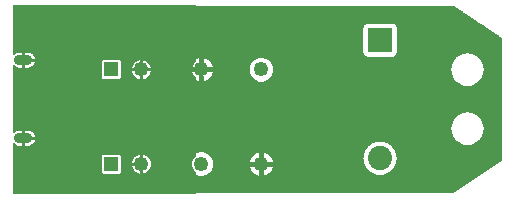
<source format=gbl>
%FSLAX33Y33*%
%MOMM*%
%AMRect-W2049999-H2049999-RO0.500*
21,1,2.049999,2.049999,0.,0.,270*%
%AMRect-W1250000-H1250000-RO1.500*
21,1,1.25,1.25,0.,0.,90*%
%AMRR-H1600000-W900000-R450000-RO0.500*
21,1,0.9,0.7,0.,0.,270*
1,1,0.9,0.35,0.*
1,1,0.9,0.35,-0.*
1,1,0.9,-0.35,-0.*
1,1,0.9,-0.35,0.*%
%ADD10C,0.0508*%
%ADD11C,0.68834*%
%ADD12C,2.049999*%
%ADD13Rect-W2049999-H2049999-RO0.500*%
%ADD14C,1.25*%
%ADD15Rect-W1250000-H1250000-RO1.500*%
%ADD16RR-H1600000-W900000-R450000-RO0.500*%
D10*
%LNpour fill*%
G01*
X41883Y3330D02*
X41883Y3330D01*
X41883Y13670*
X37813Y16383*
X14900Y16383*
X14900Y0617*
X37813Y0617*
X41883Y3330*
X32627Y12049D02*
X32627Y12049D01*
X32691Y12054*
X32693Y12054*
X32756Y12069*
X32758Y12070*
X32818Y12095*
X32819Y12096*
X32875Y12129*
X32876Y12131*
X32926Y12173*
X32927Y12174*
X32969Y12224*
X32971Y12225*
X33004Y12281*
X33005Y12282*
X33030Y12342*
X33031Y12344*
X33046Y12407*
X33046Y12409*
X33051Y12474*
X33051Y12475*
X33051Y14525*
X33051Y14526*
X33046Y14591*
X33046Y14593*
X33031Y14656*
X33030Y14658*
X33005Y14718*
X33004Y14719*
X32971Y14775*
X32969Y14776*
X32927Y14826*
X32926Y14827*
X32876Y14869*
X32875Y14871*
X32819Y14904*
X32818Y14905*
X32758Y14930*
X32756Y14931*
X32693Y14946*
X32691Y14946*
X32626Y14951*
X32625Y14951*
X30575Y14951*
X30574Y14951*
X30509Y14946*
X30507Y14946*
X30444Y14931*
X30442Y14930*
X30382Y14905*
X30381Y14904*
X30325Y14871*
X30324Y14869*
X30274Y14827*
X30273Y14826*
X30231Y14776*
X30229Y14775*
X30196Y14719*
X30195Y14718*
X30170Y14658*
X30169Y14656*
X30154Y14593*
X30154Y14591*
X30149Y14527*
X30149Y14526*
X30149Y12474*
X30149Y12474*
X30154Y12409*
X30154Y12407*
X30169Y12344*
X30170Y12342*
X30195Y12282*
X30196Y12281*
X30229Y12225*
X30231Y12224*
X30273Y12174*
X30274Y12173*
X30324Y12131*
X30325Y12129*
X30381Y12096*
X30382Y12095*
X30442Y12070*
X30444Y12069*
X30507Y12054*
X30509Y12054*
X30574Y12049*
X30574Y12049*
X32626Y12049*
X32627Y12049*
X39316Y9609D02*
X39316Y9609D01*
X39319Y9610*
X39618Y9714*
X39620Y9715*
X39888Y9884*
X39890Y9886*
X40114Y10110*
X40116Y10112*
X40285Y10380*
X40286Y10382*
X40390Y10681*
X40391Y10684*
X40426Y10999*
X40426Y11001*
X40391Y11316*
X40390Y11319*
X40286Y11618*
X40285Y11620*
X40116Y11888*
X40114Y11890*
X39890Y12114*
X39888Y12116*
X39620Y12285*
X39618Y12286*
X39319Y12390*
X39316Y12391*
X39001Y12426*
X38999Y12426*
X38684Y12391*
X38681Y12390*
X38382Y12286*
X38380Y12285*
X38112Y12116*
X38110Y12114*
X37886Y11890*
X37884Y11888*
X37715Y11620*
X37714Y11618*
X37610Y11319*
X37609Y11316*
X37574Y11001*
X37574Y10999*
X37609Y10684*
X37610Y10681*
X37714Y10382*
X37715Y10380*
X37884Y10112*
X37886Y10110*
X38110Y9886*
X38112Y9884*
X38380Y9715*
X38382Y9714*
X38681Y9610*
X38684Y9609*
X38999Y9574*
X39001Y9574*
X39316Y9609*
X21678Y9956D02*
X21678Y9956D01*
X21921Y10016*
X21924Y10017*
X22146Y10134*
X22149Y10136*
X22336Y10302*
X22338Y10304*
X22480Y10510*
X22482Y10513*
X22570Y10747*
X22571Y10750*
X22601Y10998*
X22601Y11002*
X22571Y11250*
X22570Y11253*
X22482Y11487*
X22480Y11490*
X22338Y11696*
X22336Y11698*
X22149Y11864*
X22146Y11866*
X21924Y11983*
X21921Y11984*
X21678Y12044*
X21675Y12044*
X21425Y12044*
X21422Y12044*
X21179Y11984*
X21176Y11983*
X20954Y11866*
X20951Y11864*
X20764Y11698*
X20762Y11696*
X20620Y11490*
X20618Y11487*
X20530Y11253*
X20529Y11250*
X20499Y11002*
X20499Y10998*
X20529Y10750*
X20530Y10747*
X20618Y10513*
X20620Y10510*
X20762Y10304*
X20764Y10302*
X20951Y10136*
X20954Y10134*
X21176Y10017*
X21179Y10016*
X21422Y9956*
X21425Y9956*
X21675Y9956*
X21678Y9956*
X16295Y9988D02*
X16295Y9988D01*
X16295Y10454*
X16645Y10454*
X16645Y9988*
X16664Y9973*
X16841Y10016*
X16844Y10017*
X17066Y10134*
X17069Y10136*
X17256Y10302*
X17258Y10304*
X17400Y10510*
X17402Y10513*
X17490Y10747*
X17491Y10750*
X17498Y10808*
X17483Y10825*
X17020Y10825*
X17020Y11175*
X17483Y11175*
X17498Y11192*
X17491Y11250*
X17490Y11253*
X17402Y11487*
X17400Y11490*
X17258Y11696*
X17256Y11698*
X17069Y11864*
X17066Y11866*
X16844Y11983*
X16841Y11984*
X16664Y12027*
X16645Y12012*
X16645Y11546*
X16295Y11546*
X16295Y12012*
X16276Y12027*
X16099Y11984*
X16096Y11983*
X15874Y11866*
X15871Y11864*
X15684Y11698*
X15682Y11696*
X15540Y11490*
X15538Y11487*
X15450Y11253*
X15449Y11250*
X15442Y11192*
X15457Y11175*
X15920Y11175*
X15920Y10825*
X15457Y10825*
X15442Y10808*
X15449Y10750*
X15450Y10747*
X15538Y10513*
X15540Y10510*
X15682Y10304*
X15684Y10302*
X15871Y10136*
X15874Y10134*
X16096Y10017*
X16099Y10016*
X16276Y9973*
X16295Y9988*
X39316Y4609D02*
X39316Y4609D01*
X39319Y4610*
X39618Y4714*
X39620Y4715*
X39888Y4884*
X39890Y4886*
X40114Y5110*
X40116Y5112*
X40285Y5380*
X40286Y5382*
X40390Y5681*
X40391Y5684*
X40426Y5999*
X40426Y6001*
X40391Y6316*
X40390Y6319*
X40286Y6618*
X40285Y6620*
X40116Y6888*
X40114Y6890*
X39890Y7114*
X39888Y7116*
X39620Y7285*
X39618Y7286*
X39319Y7390*
X39316Y7391*
X39001Y7426*
X38999Y7426*
X38684Y7391*
X38681Y7390*
X38382Y7286*
X38380Y7285*
X38112Y7116*
X38110Y7114*
X37886Y6890*
X37884Y6888*
X37715Y6620*
X37714Y6618*
X37610Y6319*
X37609Y6316*
X37574Y6001*
X37574Y5999*
X37609Y5684*
X37610Y5681*
X37714Y5382*
X37715Y5380*
X37884Y5112*
X37886Y5110*
X38110Y4886*
X38112Y4884*
X38380Y4715*
X38382Y4714*
X38681Y4610*
X38684Y4609*
X38999Y4574*
X39001Y4574*
X39316Y4609*
X31922Y2085D02*
X31922Y2085D01*
X31924Y2085*
X32228Y2192*
X32231Y2193*
X32504Y2364*
X32506Y2366*
X32734Y2594*
X32736Y2596*
X32907Y2869*
X32908Y2872*
X33015Y3176*
X33015Y3178*
X33051Y3499*
X33051Y3501*
X33015Y3822*
X33015Y3824*
X32908Y4128*
X32907Y4131*
X32736Y4404*
X32734Y4406*
X32506Y4634*
X32504Y4636*
X32231Y4807*
X32228Y4808*
X31924Y4915*
X31922Y4915*
X31601Y4951*
X31599Y4951*
X31278Y4915*
X31276Y4915*
X30972Y4808*
X30969Y4807*
X30696Y4636*
X30694Y4634*
X30466Y4406*
X30464Y4404*
X30293Y4131*
X30292Y4128*
X30185Y3824*
X30185Y3822*
X30149Y3501*
X30149Y3499*
X30185Y3178*
X30185Y3176*
X30292Y2872*
X30293Y2869*
X30464Y2596*
X30466Y2594*
X30694Y2366*
X30696Y2364*
X30969Y2193*
X30972Y2192*
X31276Y2085*
X31278Y2085*
X31599Y2049*
X31601Y2049*
X31922Y2085*
X16598Y1956D02*
X16598Y1956D01*
X16841Y2016*
X16844Y2017*
X17066Y2134*
X17069Y2136*
X17256Y2302*
X17258Y2304*
X17400Y2510*
X17402Y2513*
X17490Y2747*
X17491Y2750*
X17521Y2998*
X17521Y3002*
X17491Y3250*
X17490Y3253*
X17402Y3487*
X17400Y3490*
X17258Y3696*
X17256Y3698*
X17069Y3864*
X17066Y3866*
X16844Y3983*
X16841Y3984*
X16598Y4044*
X16595Y4044*
X16345Y4044*
X16342Y4044*
X16099Y3984*
X16096Y3983*
X15874Y3866*
X15871Y3864*
X15684Y3698*
X15682Y3696*
X15540Y3490*
X15538Y3487*
X15450Y3253*
X15449Y3250*
X15419Y3002*
X15419Y2998*
X15449Y2750*
X15450Y2747*
X15538Y2513*
X15540Y2510*
X15682Y2304*
X15684Y2302*
X15871Y2136*
X15874Y2134*
X16096Y2017*
X16099Y2016*
X16342Y1956*
X16345Y1956*
X16595Y1956*
X16598Y1956*
X21375Y1988D02*
X21375Y1988D01*
X21375Y2454*
X21725Y2454*
X21725Y1988*
X21744Y1973*
X21921Y2016*
X21924Y2017*
X22146Y2134*
X22149Y2136*
X22336Y2302*
X22338Y2304*
X22480Y2510*
X22482Y2513*
X22570Y2747*
X22571Y2750*
X22578Y2808*
X22563Y2825*
X22100Y2825*
X22100Y3175*
X22563Y3175*
X22578Y3192*
X22571Y3250*
X22570Y3253*
X22482Y3487*
X22480Y3490*
X22338Y3696*
X22336Y3698*
X22149Y3864*
X22146Y3866*
X21924Y3983*
X21921Y3984*
X21744Y4027*
X21725Y4012*
X21725Y3546*
X21375Y3546*
X21375Y4012*
X21356Y4027*
X21179Y3984*
X21176Y3983*
X20954Y3866*
X20951Y3864*
X20764Y3698*
X20762Y3696*
X20620Y3490*
X20618Y3487*
X20530Y3253*
X20529Y3250*
X20522Y3192*
X20537Y3175*
X21000Y3175*
X21000Y2825*
X20537Y2825*
X20522Y2808*
X20529Y2750*
X20530Y2747*
X20618Y2513*
X20620Y2510*
X20762Y2304*
X20764Y2302*
X20951Y2136*
X20954Y2134*
X21176Y2017*
X21179Y2016*
X21356Y1973*
X21375Y1988*
X14900Y0641D02*
X37849Y0641D01*
X14900Y0691D02*
X37924Y0691D01*
X14900Y0740D02*
X37998Y0740D01*
X14900Y0790D02*
X38072Y0790D01*
X14900Y0839D02*
X38147Y0839D01*
X14900Y0889D02*
X38221Y0889D01*
X14900Y0938D02*
X38295Y0938D01*
X14900Y0988D02*
X38369Y0988D01*
X14900Y1037D02*
X38444Y1037D01*
X14900Y1087D02*
X38518Y1087D01*
X14900Y1136D02*
X38592Y1136D01*
X14900Y1186D02*
X38667Y1186D01*
X14900Y1235D02*
X38741Y1235D01*
X14900Y1285D02*
X38815Y1285D01*
X14900Y1334D02*
X38890Y1334D01*
X14900Y1384D02*
X38964Y1384D01*
X14900Y1434D02*
X39038Y1434D01*
X14900Y1483D02*
X39112Y1483D01*
X14900Y1533D02*
X39187Y1533D01*
X14900Y1582D02*
X39261Y1582D01*
X14900Y1632D02*
X39335Y1632D01*
X14900Y1681D02*
X39410Y1681D01*
X14900Y1731D02*
X39484Y1731D01*
X14900Y1780D02*
X39558Y1780D01*
X14900Y1830D02*
X39632Y1830D01*
X14900Y1879D02*
X39707Y1879D01*
X14900Y1929D02*
X39781Y1929D01*
X14900Y1978D02*
X16253Y1978D01*
X16687Y1978D02*
X21333Y1978D01*
X21363Y1978D02*
X21737Y1978D01*
X21767Y1978D02*
X39855Y1978D01*
X14900Y2028D02*
X16076Y2028D01*
X16864Y2028D02*
X21156Y2028D01*
X21375Y2028D02*
X21725Y2028D01*
X21944Y2028D02*
X39930Y2028D01*
X14900Y2077D02*
X15982Y2077D01*
X16958Y2077D02*
X21062Y2077D01*
X21375Y2077D02*
X21725Y2077D01*
X22038Y2077D02*
X31343Y2077D01*
X31857Y2077D02*
X40004Y2077D01*
X14900Y2127D02*
X15887Y2127D01*
X17053Y2127D02*
X20967Y2127D01*
X21375Y2127D02*
X21725Y2127D01*
X22133Y2127D02*
X31157Y2127D01*
X32043Y2127D02*
X40078Y2127D01*
X14900Y2176D02*
X15825Y2176D01*
X17115Y2176D02*
X20905Y2176D01*
X21375Y2176D02*
X21725Y2176D01*
X22195Y2176D02*
X31015Y2176D01*
X32185Y2176D02*
X40153Y2176D01*
X14900Y2226D02*
X15769Y2226D01*
X17171Y2226D02*
X20849Y2226D01*
X21375Y2226D02*
X21725Y2226D01*
X22251Y2226D02*
X30916Y2226D01*
X32284Y2226D02*
X40227Y2226D01*
X14900Y2276D02*
X15714Y2276D01*
X17226Y2276D02*
X20794Y2276D01*
X21375Y2276D02*
X21725Y2276D01*
X22306Y2276D02*
X30838Y2276D01*
X32362Y2276D02*
X40301Y2276D01*
X14900Y2325D02*
X15667Y2325D01*
X17273Y2325D02*
X20747Y2325D01*
X21375Y2325D02*
X21725Y2325D01*
X22353Y2325D02*
X30759Y2325D01*
X32441Y2325D02*
X40375Y2325D01*
X14900Y2375D02*
X15633Y2375D01*
X17307Y2375D02*
X20713Y2375D01*
X21375Y2375D02*
X21725Y2375D01*
X22387Y2375D02*
X30686Y2375D01*
X32514Y2375D02*
X40450Y2375D01*
X14900Y2424D02*
X15599Y2424D01*
X17341Y2424D02*
X20679Y2424D01*
X21375Y2424D02*
X21725Y2424D01*
X22421Y2424D02*
X30636Y2424D01*
X32564Y2424D02*
X40524Y2424D01*
X14900Y2474D02*
X15565Y2474D01*
X17375Y2474D02*
X20645Y2474D01*
X22455Y2474D02*
X30586Y2474D01*
X32614Y2474D02*
X40598Y2474D01*
X14900Y2523D02*
X15534Y2523D01*
X17406Y2523D02*
X20614Y2523D01*
X22486Y2523D02*
X30537Y2523D01*
X32663Y2523D02*
X40673Y2523D01*
X14900Y2573D02*
X15516Y2573D01*
X17424Y2573D02*
X20596Y2573D01*
X22504Y2573D02*
X30487Y2573D01*
X32713Y2573D02*
X40747Y2573D01*
X14900Y2622D02*
X15497Y2622D01*
X17443Y2622D02*
X20577Y2622D01*
X22523Y2622D02*
X30448Y2622D01*
X32752Y2622D02*
X40821Y2622D01*
X14900Y2672D02*
X15478Y2672D01*
X17462Y2672D02*
X20558Y2672D01*
X22542Y2672D02*
X30417Y2672D01*
X32783Y2672D02*
X40896Y2672D01*
X14900Y2721D02*
X15459Y2721D01*
X17481Y2721D02*
X20539Y2721D01*
X22561Y2721D02*
X30386Y2721D01*
X32814Y2721D02*
X40970Y2721D01*
X14900Y2771D02*
X15446Y2771D01*
X17494Y2771D02*
X20526Y2771D01*
X22574Y2771D02*
X30355Y2771D01*
X32845Y2771D02*
X41044Y2771D01*
X14900Y2820D02*
X15440Y2820D01*
X17500Y2820D02*
X20532Y2820D01*
X22568Y2820D02*
X30324Y2820D01*
X32876Y2820D02*
X41118Y2820D01*
X14900Y2870D02*
X15434Y2870D01*
X17506Y2870D02*
X21000Y2870D01*
X22100Y2870D02*
X30293Y2870D01*
X32907Y2870D02*
X41193Y2870D01*
X14900Y2919D02*
X15428Y2919D01*
X17512Y2919D02*
X21000Y2919D01*
X22100Y2919D02*
X30275Y2919D01*
X32925Y2919D02*
X41267Y2919D01*
X14900Y2969D02*
X15422Y2969D01*
X17518Y2969D02*
X21000Y2969D01*
X22100Y2969D02*
X30258Y2969D01*
X32942Y2969D02*
X41341Y2969D01*
X14900Y3018D02*
X15421Y3018D01*
X17519Y3018D02*
X21000Y3018D01*
X22100Y3018D02*
X30240Y3018D01*
X32960Y3018D02*
X41416Y3018D01*
X14900Y3068D02*
X15427Y3068D01*
X17513Y3068D02*
X21000Y3068D01*
X22100Y3068D02*
X30223Y3068D01*
X32977Y3068D02*
X41490Y3068D01*
X14900Y3118D02*
X15433Y3118D01*
X17507Y3118D02*
X21000Y3118D01*
X22100Y3118D02*
X30206Y3118D01*
X32994Y3118D02*
X41564Y3118D01*
X14900Y3167D02*
X15439Y3167D01*
X17501Y3167D02*
X21000Y3167D01*
X22100Y3167D02*
X30188Y3167D01*
X33012Y3167D02*
X41638Y3167D01*
X14900Y3217D02*
X15445Y3217D01*
X17495Y3217D02*
X20525Y3217D01*
X22575Y3217D02*
X30180Y3217D01*
X33020Y3217D02*
X41713Y3217D01*
X14900Y3266D02*
X15454Y3266D01*
X17486Y3266D02*
X20534Y3266D01*
X22566Y3266D02*
X30175Y3266D01*
X33025Y3266D02*
X41787Y3266D01*
X14900Y3316D02*
X15473Y3316D01*
X17467Y3316D02*
X20553Y3316D01*
X22547Y3316D02*
X30169Y3316D01*
X33031Y3316D02*
X41861Y3316D01*
X14900Y3365D02*
X15492Y3365D01*
X17448Y3365D02*
X20572Y3365D01*
X22528Y3365D02*
X30164Y3365D01*
X33036Y3365D02*
X41883Y3365D01*
X14900Y3415D02*
X15511Y3415D01*
X17429Y3415D02*
X20591Y3415D01*
X22509Y3415D02*
X30158Y3415D01*
X33042Y3415D02*
X41883Y3415D01*
X14900Y3464D02*
X15530Y3464D01*
X17410Y3464D02*
X20610Y3464D01*
X22490Y3464D02*
X30152Y3464D01*
X33048Y3464D02*
X41883Y3464D01*
X14900Y3514D02*
X15556Y3514D01*
X17384Y3514D02*
X20636Y3514D01*
X22464Y3514D02*
X30150Y3514D01*
X33050Y3514D02*
X41883Y3514D01*
X14900Y3563D02*
X15590Y3563D01*
X17350Y3563D02*
X20670Y3563D01*
X21375Y3563D02*
X21725Y3563D01*
X22430Y3563D02*
X30156Y3563D01*
X33044Y3563D02*
X41883Y3563D01*
X14900Y3613D02*
X15625Y3613D01*
X17315Y3613D02*
X20705Y3613D01*
X21375Y3613D02*
X21725Y3613D01*
X22395Y3613D02*
X30161Y3613D01*
X33039Y3613D02*
X41883Y3613D01*
X14900Y3662D02*
X15659Y3662D01*
X17281Y3662D02*
X20739Y3662D01*
X21375Y3662D02*
X21725Y3662D01*
X22361Y3662D02*
X30167Y3662D01*
X33033Y3662D02*
X41883Y3662D01*
X14900Y3712D02*
X15699Y3712D01*
X17241Y3712D02*
X20779Y3712D01*
X21375Y3712D02*
X21725Y3712D01*
X22321Y3712D02*
X30172Y3712D01*
X33028Y3712D02*
X41883Y3712D01*
X14900Y3761D02*
X15755Y3761D01*
X17185Y3761D02*
X20835Y3761D01*
X21375Y3761D02*
X21725Y3761D01*
X22265Y3761D02*
X30178Y3761D01*
X33022Y3761D02*
X41883Y3761D01*
X14900Y3811D02*
X15811Y3811D01*
X17129Y3811D02*
X20891Y3811D01*
X21375Y3811D02*
X21725Y3811D01*
X22209Y3811D02*
X30183Y3811D01*
X33017Y3811D02*
X41883Y3811D01*
X14900Y3860D02*
X15867Y3860D01*
X17073Y3860D02*
X20947Y3860D01*
X21375Y3860D02*
X21725Y3860D01*
X22153Y3860D02*
X30198Y3860D01*
X33002Y3860D02*
X41883Y3860D01*
X14900Y3910D02*
X15958Y3910D01*
X16982Y3910D02*
X21038Y3910D01*
X21375Y3910D02*
X21725Y3910D01*
X22062Y3910D02*
X30215Y3910D01*
X32985Y3910D02*
X41883Y3910D01*
X14900Y3960D02*
X16052Y3960D01*
X16888Y3960D02*
X21132Y3960D01*
X21375Y3960D02*
X21725Y3960D01*
X21968Y3960D02*
X30233Y3960D01*
X32967Y3960D02*
X41883Y3960D01*
X14900Y4009D02*
X16202Y4009D01*
X16738Y4009D02*
X21282Y4009D01*
X21375Y4009D02*
X21725Y4009D01*
X21818Y4009D02*
X30250Y4009D01*
X32950Y4009D02*
X41883Y4009D01*
X14900Y4059D02*
X30267Y4059D01*
X32933Y4059D02*
X41883Y4059D01*
X14900Y4108D02*
X30285Y4108D01*
X32915Y4108D02*
X41883Y4108D01*
X14900Y4158D02*
X30310Y4158D01*
X32890Y4158D02*
X41883Y4158D01*
X14900Y4207D02*
X30341Y4207D01*
X32859Y4207D02*
X41883Y4207D01*
X14900Y4257D02*
X30372Y4257D01*
X32828Y4257D02*
X41883Y4257D01*
X14900Y4306D02*
X30403Y4306D01*
X32797Y4306D02*
X41883Y4306D01*
X14900Y4356D02*
X30434Y4356D01*
X32766Y4356D02*
X41883Y4356D01*
X14900Y4405D02*
X30466Y4405D01*
X32734Y4405D02*
X41883Y4405D01*
X14900Y4455D02*
X30515Y4455D01*
X32685Y4455D02*
X41883Y4455D01*
X14900Y4504D02*
X30564Y4504D01*
X32636Y4504D02*
X41883Y4504D01*
X14900Y4554D02*
X30614Y4554D01*
X32586Y4554D02*
X41883Y4554D01*
X14900Y4603D02*
X30664Y4603D01*
X32536Y4603D02*
X38734Y4603D01*
X39266Y4603D02*
X41883Y4603D01*
X14900Y4653D02*
X30724Y4653D01*
X32476Y4653D02*
X38558Y4653D01*
X39442Y4653D02*
X41883Y4653D01*
X14900Y4702D02*
X30803Y4702D01*
X32397Y4702D02*
X38416Y4702D01*
X39584Y4702D02*
X41883Y4702D01*
X14900Y4752D02*
X30881Y4752D01*
X32319Y4752D02*
X38322Y4752D01*
X39678Y4752D02*
X41883Y4752D01*
X14900Y4802D02*
X30960Y4802D01*
X32240Y4802D02*
X38243Y4802D01*
X39757Y4802D02*
X41883Y4802D01*
X14900Y4851D02*
X31094Y4851D01*
X32106Y4851D02*
X38164Y4851D01*
X39836Y4851D02*
X41883Y4851D01*
X14900Y4901D02*
X31235Y4901D01*
X31965Y4901D02*
X38095Y4901D01*
X39905Y4901D02*
X41883Y4901D01*
X14900Y4950D02*
X31587Y4950D01*
X31613Y4950D02*
X38045Y4950D01*
X39955Y4950D02*
X41883Y4950D01*
X14900Y5000D02*
X37996Y5000D01*
X40004Y5000D02*
X41883Y5000D01*
X14900Y5049D02*
X37946Y5049D01*
X40054Y5049D02*
X41883Y5049D01*
X14900Y5099D02*
X37896Y5099D01*
X40104Y5099D02*
X41883Y5099D01*
X14900Y5148D02*
X37861Y5148D01*
X40139Y5148D02*
X41883Y5148D01*
X14900Y5198D02*
X37830Y5198D01*
X40170Y5198D02*
X41883Y5198D01*
X14900Y5247D02*
X37799Y5247D01*
X40201Y5247D02*
X41883Y5247D01*
X14900Y5297D02*
X37768Y5297D01*
X40232Y5297D02*
X41883Y5297D01*
X14900Y5346D02*
X37736Y5346D01*
X40264Y5346D02*
X41883Y5346D01*
X14900Y5396D02*
X37710Y5396D01*
X40290Y5396D02*
X41883Y5396D01*
X14900Y5445D02*
X37692Y5445D01*
X40308Y5445D02*
X41883Y5445D01*
X14900Y5495D02*
X37675Y5495D01*
X40325Y5495D02*
X41883Y5495D01*
X14900Y5545D02*
X37658Y5545D01*
X40342Y5545D02*
X41883Y5545D01*
X14900Y5594D02*
X37640Y5594D01*
X40360Y5594D02*
X41883Y5594D01*
X14900Y5644D02*
X37623Y5644D01*
X40377Y5644D02*
X41883Y5644D01*
X14900Y5693D02*
X37608Y5693D01*
X40392Y5693D02*
X41883Y5693D01*
X14900Y5743D02*
X37602Y5743D01*
X40398Y5743D02*
X41883Y5743D01*
X14900Y5792D02*
X37597Y5792D01*
X40403Y5792D02*
X41883Y5792D01*
X14900Y5842D02*
X37591Y5842D01*
X40409Y5842D02*
X41883Y5842D01*
X14900Y5891D02*
X37586Y5891D01*
X40414Y5891D02*
X41883Y5891D01*
X14900Y5941D02*
X37580Y5941D01*
X40420Y5941D02*
X41883Y5941D01*
X14900Y5990D02*
X37575Y5990D01*
X40425Y5990D02*
X41883Y5990D01*
X14900Y6040D02*
X37578Y6040D01*
X40422Y6040D02*
X41883Y6040D01*
X14900Y6089D02*
X37584Y6089D01*
X40416Y6089D02*
X41883Y6089D01*
X14900Y6139D02*
X37589Y6139D01*
X40411Y6139D02*
X41883Y6139D01*
X14900Y6188D02*
X37595Y6188D01*
X40405Y6188D02*
X41883Y6188D01*
X14900Y6238D02*
X37600Y6238D01*
X40400Y6238D02*
X41883Y6238D01*
X14900Y6287D02*
X37606Y6287D01*
X40394Y6287D02*
X41883Y6287D01*
X14900Y6337D02*
X37616Y6337D01*
X40384Y6337D02*
X41883Y6337D01*
X14900Y6387D02*
X37633Y6387D01*
X40367Y6387D02*
X41883Y6387D01*
X14900Y6436D02*
X37651Y6436D01*
X40349Y6436D02*
X41883Y6436D01*
X14900Y6486D02*
X37668Y6486D01*
X40332Y6486D02*
X41883Y6486D01*
X14900Y6535D02*
X37685Y6535D01*
X40315Y6535D02*
X41883Y6535D01*
X14900Y6585D02*
X37703Y6585D01*
X40297Y6585D02*
X41883Y6585D01*
X14900Y6634D02*
X37724Y6634D01*
X40276Y6634D02*
X41883Y6634D01*
X14900Y6684D02*
X37755Y6684D01*
X40245Y6684D02*
X41883Y6684D01*
X14900Y6733D02*
X37787Y6733D01*
X40213Y6733D02*
X41883Y6733D01*
X14900Y6783D02*
X37818Y6783D01*
X40182Y6783D02*
X41883Y6783D01*
X14900Y6832D02*
X37849Y6832D01*
X40151Y6832D02*
X41883Y6832D01*
X14900Y6882D02*
X37880Y6882D01*
X40120Y6882D02*
X41883Y6882D01*
X14900Y6931D02*
X37927Y6931D01*
X40073Y6931D02*
X41883Y6931D01*
X14900Y6981D02*
X37976Y6981D01*
X40024Y6981D02*
X41883Y6981D01*
X14900Y7030D02*
X38026Y7030D01*
X39974Y7030D02*
X41883Y7030D01*
X14900Y7080D02*
X38075Y7080D01*
X39925Y7080D02*
X41883Y7080D01*
X14900Y7129D02*
X38133Y7129D01*
X39867Y7129D02*
X41883Y7129D01*
X14900Y7179D02*
X38212Y7179D01*
X39788Y7179D02*
X41883Y7179D01*
X14900Y7229D02*
X38291Y7229D01*
X39709Y7229D02*
X41883Y7229D01*
X14900Y7278D02*
X38370Y7278D01*
X39630Y7278D02*
X41883Y7278D01*
X14900Y7328D02*
X38502Y7328D01*
X39498Y7328D02*
X41883Y7328D01*
X14900Y7377D02*
X38643Y7377D01*
X39357Y7377D02*
X41883Y7377D01*
X14900Y7427D02*
X41883Y7427D01*
X14900Y7476D02*
X41883Y7476D01*
X14900Y7526D02*
X41883Y7526D01*
X14900Y7575D02*
X41883Y7575D01*
X14900Y7625D02*
X41883Y7625D01*
X14900Y7674D02*
X41883Y7674D01*
X14900Y7724D02*
X41883Y7724D01*
X14900Y7773D02*
X41883Y7773D01*
X14900Y7823D02*
X41883Y7823D01*
X14900Y7872D02*
X41883Y7872D01*
X14900Y7922D02*
X41883Y7922D01*
X14900Y7971D02*
X41883Y7971D01*
X14900Y8021D02*
X41883Y8021D01*
X14900Y8071D02*
X41883Y8071D01*
X14900Y8120D02*
X41883Y8120D01*
X14900Y8170D02*
X41883Y8170D01*
X14900Y8219D02*
X41883Y8219D01*
X14900Y8269D02*
X41883Y8269D01*
X14900Y8318D02*
X41883Y8318D01*
X14900Y8368D02*
X41883Y8368D01*
X14900Y8417D02*
X41883Y8417D01*
X14900Y8467D02*
X41883Y8467D01*
X14900Y8516D02*
X41883Y8516D01*
X14900Y8566D02*
X41883Y8566D01*
X14900Y8615D02*
X41883Y8615D01*
X14900Y8665D02*
X41883Y8665D01*
X14900Y8714D02*
X41883Y8714D01*
X14900Y8764D02*
X41883Y8764D01*
X14900Y8813D02*
X41883Y8813D01*
X14900Y8863D02*
X41883Y8863D01*
X14900Y8913D02*
X41883Y8913D01*
X14900Y8962D02*
X41883Y8962D01*
X14900Y9012D02*
X41883Y9012D01*
X14900Y9061D02*
X41883Y9061D01*
X14900Y9111D02*
X41883Y9111D01*
X14900Y9160D02*
X41883Y9160D01*
X14900Y9210D02*
X41883Y9210D01*
X14900Y9259D02*
X41883Y9259D01*
X14900Y9309D02*
X41883Y9309D01*
X14900Y9358D02*
X41883Y9358D01*
X14900Y9408D02*
X41883Y9408D01*
X14900Y9457D02*
X41883Y9457D01*
X14900Y9507D02*
X41883Y9507D01*
X14900Y9556D02*
X41883Y9556D01*
X14900Y9606D02*
X38711Y9606D01*
X39289Y9606D02*
X41883Y9606D01*
X14900Y9655D02*
X38550Y9655D01*
X39450Y9655D02*
X41883Y9655D01*
X14900Y9705D02*
X38409Y9705D01*
X39591Y9705D02*
X41883Y9705D01*
X14900Y9755D02*
X38318Y9755D01*
X39682Y9755D02*
X41883Y9755D01*
X14900Y9804D02*
X38239Y9804D01*
X39761Y9804D02*
X41883Y9804D01*
X14900Y9854D02*
X38160Y9854D01*
X39840Y9854D02*
X41883Y9854D01*
X14900Y9903D02*
X38092Y9903D01*
X39908Y9903D02*
X41883Y9903D01*
X14900Y9953D02*
X38043Y9953D01*
X39957Y9953D02*
X41883Y9953D01*
X14900Y10002D02*
X16156Y10002D01*
X16295Y10002D02*
X16645Y10002D01*
X16784Y10002D02*
X21236Y10002D01*
X21864Y10002D02*
X37993Y10002D01*
X40007Y10002D02*
X41883Y10002D01*
X14900Y10052D02*
X16030Y10052D01*
X16295Y10052D02*
X16645Y10052D01*
X16910Y10052D02*
X21110Y10052D01*
X21990Y10052D02*
X37943Y10052D01*
X40057Y10052D02*
X41883Y10052D01*
X14900Y10101D02*
X15936Y10101D01*
X16295Y10101D02*
X16645Y10101D01*
X17004Y10101D02*
X21016Y10101D01*
X22084Y10101D02*
X37894Y10101D01*
X40106Y10101D02*
X41883Y10101D01*
X14900Y10151D02*
X15854Y10151D01*
X16295Y10151D02*
X16645Y10151D01*
X17086Y10151D02*
X20934Y10151D01*
X22166Y10151D02*
X37859Y10151D01*
X40141Y10151D02*
X41883Y10151D01*
X14900Y10200D02*
X15798Y10200D01*
X16295Y10200D02*
X16645Y10200D01*
X17142Y10200D02*
X20878Y10200D01*
X22222Y10200D02*
X37828Y10200D01*
X40172Y10200D02*
X41883Y10200D01*
X14900Y10250D02*
X15742Y10250D01*
X16295Y10250D02*
X16645Y10250D01*
X17198Y10250D02*
X20822Y10250D01*
X22278Y10250D02*
X37797Y10250D01*
X40203Y10250D02*
X41883Y10250D01*
X14900Y10299D02*
X15687Y10299D01*
X16295Y10299D02*
X16645Y10299D01*
X17253Y10299D02*
X20767Y10299D01*
X22333Y10299D02*
X37766Y10299D01*
X40234Y10299D02*
X41883Y10299D01*
X14900Y10349D02*
X15651Y10349D01*
X16295Y10349D02*
X16645Y10349D01*
X17289Y10349D02*
X20731Y10349D01*
X22369Y10349D02*
X37735Y10349D01*
X40265Y10349D02*
X41883Y10349D01*
X14900Y10398D02*
X15617Y10398D01*
X16295Y10398D02*
X16645Y10398D01*
X17323Y10398D02*
X20697Y10398D01*
X22403Y10398D02*
X37709Y10398D01*
X40291Y10398D02*
X41883Y10398D01*
X14900Y10448D02*
X15583Y10448D01*
X16295Y10448D02*
X16645Y10448D01*
X17357Y10448D02*
X20663Y10448D01*
X22437Y10448D02*
X37691Y10448D01*
X40309Y10448D02*
X41883Y10448D01*
X14900Y10498D02*
X15548Y10498D01*
X17392Y10498D02*
X20628Y10498D01*
X22472Y10498D02*
X37674Y10498D01*
X40326Y10498D02*
X41883Y10498D01*
X14900Y10547D02*
X15525Y10547D01*
X17415Y10547D02*
X20605Y10547D01*
X22495Y10547D02*
X37657Y10547D01*
X40343Y10547D02*
X41883Y10547D01*
X14900Y10597D02*
X15507Y10597D01*
X17433Y10597D02*
X20587Y10597D01*
X22513Y10597D02*
X37639Y10597D01*
X40361Y10597D02*
X41883Y10597D01*
X14900Y10646D02*
X15488Y10646D01*
X17452Y10646D02*
X20568Y10646D01*
X22532Y10646D02*
X37622Y10646D01*
X40378Y10646D02*
X41883Y10646D01*
X14900Y10696D02*
X15469Y10696D01*
X17471Y10696D02*
X20549Y10696D01*
X22551Y10696D02*
X37608Y10696D01*
X40392Y10696D02*
X41883Y10696D01*
X14900Y10745D02*
X15450Y10745D01*
X17490Y10745D02*
X20530Y10745D01*
X22570Y10745D02*
X37602Y10745D01*
X40398Y10745D02*
X41883Y10745D01*
X14900Y10795D02*
X15443Y10795D01*
X17497Y10795D02*
X20523Y10795D01*
X22577Y10795D02*
X37597Y10795D01*
X40403Y10795D02*
X41883Y10795D01*
X14900Y10844D02*
X15920Y10844D01*
X17020Y10844D02*
X20517Y10844D01*
X22583Y10844D02*
X37591Y10844D01*
X40409Y10844D02*
X41883Y10844D01*
X14900Y10894D02*
X15920Y10894D01*
X17020Y10894D02*
X20511Y10894D01*
X22589Y10894D02*
X37585Y10894D01*
X40415Y10894D02*
X41883Y10894D01*
X14900Y10943D02*
X15920Y10943D01*
X17020Y10943D02*
X20505Y10943D01*
X22595Y10943D02*
X37580Y10943D01*
X40420Y10943D02*
X41883Y10943D01*
X14900Y10993D02*
X15920Y10993D01*
X17020Y10993D02*
X20499Y10993D01*
X22601Y10993D02*
X37574Y10993D01*
X40426Y10993D02*
X41883Y10993D01*
X14900Y11042D02*
X15920Y11042D01*
X17020Y11042D02*
X20504Y11042D01*
X22596Y11042D02*
X37578Y11042D01*
X40422Y11042D02*
X41883Y11042D01*
X14900Y11092D02*
X15920Y11092D01*
X17020Y11092D02*
X20510Y11092D01*
X22590Y11092D02*
X37584Y11092D01*
X40416Y11092D02*
X41883Y11092D01*
X14900Y11141D02*
X15920Y11141D01*
X17020Y11141D02*
X20516Y11141D01*
X22584Y11141D02*
X37589Y11141D01*
X40411Y11141D02*
X41883Y11141D01*
X14900Y11191D02*
X15442Y11191D01*
X17498Y11191D02*
X20522Y11191D01*
X22578Y11191D02*
X37595Y11191D01*
X40405Y11191D02*
X41883Y11191D01*
X14900Y11240D02*
X15448Y11240D01*
X17492Y11240D02*
X20528Y11240D01*
X22572Y11240D02*
X37601Y11240D01*
X40399Y11240D02*
X41883Y11240D01*
X14900Y11290D02*
X15464Y11290D01*
X17476Y11290D02*
X20544Y11290D01*
X22556Y11290D02*
X37606Y11290D01*
X40394Y11290D02*
X41883Y11290D01*
X14900Y11340D02*
X15482Y11340D01*
X17458Y11340D02*
X20562Y11340D01*
X22538Y11340D02*
X37617Y11340D01*
X40383Y11340D02*
X41883Y11340D01*
X14900Y11389D02*
X15501Y11389D01*
X17439Y11389D02*
X20581Y11389D01*
X22519Y11389D02*
X37634Y11389D01*
X40366Y11389D02*
X41883Y11389D01*
X14900Y11439D02*
X15520Y11439D01*
X17420Y11439D02*
X20600Y11439D01*
X22500Y11439D02*
X37652Y11439D01*
X40348Y11439D02*
X41883Y11439D01*
X14900Y11488D02*
X15539Y11488D01*
X17401Y11488D02*
X20619Y11488D01*
X22481Y11488D02*
X37669Y11488D01*
X40331Y11488D02*
X41883Y11488D01*
X14900Y11538D02*
X15573Y11538D01*
X17367Y11538D02*
X20653Y11538D01*
X22447Y11538D02*
X37686Y11538D01*
X40314Y11538D02*
X41883Y11538D01*
X14900Y11587D02*
X15607Y11587D01*
X16295Y11587D02*
X16645Y11587D01*
X17333Y11587D02*
X20687Y11587D01*
X22413Y11587D02*
X37704Y11587D01*
X40296Y11587D02*
X41883Y11587D01*
X14900Y11637D02*
X15641Y11637D01*
X16295Y11637D02*
X16645Y11637D01*
X17299Y11637D02*
X20721Y11637D01*
X22379Y11637D02*
X37726Y11637D01*
X40274Y11637D02*
X41883Y11637D01*
X14900Y11686D02*
X15675Y11686D01*
X16295Y11686D02*
X16645Y11686D01*
X17265Y11686D02*
X20755Y11686D01*
X22345Y11686D02*
X37757Y11686D01*
X40243Y11686D02*
X41883Y11686D01*
X14900Y11736D02*
X15726Y11736D01*
X16295Y11736D02*
X16645Y11736D01*
X17214Y11736D02*
X20806Y11736D01*
X22294Y11736D02*
X37788Y11736D01*
X40212Y11736D02*
X41883Y11736D01*
X14900Y11785D02*
X15782Y11785D01*
X16295Y11785D02*
X16645Y11785D01*
X17158Y11785D02*
X20862Y11785D01*
X22238Y11785D02*
X37819Y11785D01*
X40181Y11785D02*
X41883Y11785D01*
X14900Y11835D02*
X15838Y11835D01*
X16295Y11835D02*
X16645Y11835D01*
X17102Y11835D02*
X20918Y11835D01*
X22182Y11835D02*
X37850Y11835D01*
X40150Y11835D02*
X41883Y11835D01*
X14900Y11884D02*
X15909Y11884D01*
X16295Y11884D02*
X16645Y11884D01*
X17031Y11884D02*
X20989Y11884D01*
X22111Y11884D02*
X37881Y11884D01*
X40119Y11884D02*
X41883Y11884D01*
X14900Y11934D02*
X16003Y11934D01*
X16295Y11934D02*
X16645Y11934D01*
X16937Y11934D02*
X21083Y11934D01*
X22017Y11934D02*
X37929Y11934D01*
X40071Y11934D02*
X41883Y11934D01*
X14900Y11983D02*
X16098Y11983D01*
X16295Y11983D02*
X16645Y11983D01*
X16842Y11983D02*
X21178Y11983D01*
X21922Y11983D02*
X37979Y11983D01*
X40021Y11983D02*
X41883Y11983D01*
X14900Y12033D02*
X21379Y12033D01*
X21721Y12033D02*
X38028Y12033D01*
X39972Y12033D02*
X41883Y12033D01*
X14900Y12082D02*
X30412Y12082D01*
X32788Y12082D02*
X38078Y12082D01*
X39922Y12082D02*
X41883Y12082D01*
X14900Y12132D02*
X30322Y12132D01*
X32878Y12132D02*
X38137Y12132D01*
X39863Y12132D02*
X41883Y12132D01*
X14900Y12182D02*
X30267Y12182D01*
X32933Y12182D02*
X38216Y12182D01*
X39784Y12182D02*
X41883Y12182D01*
X14900Y12231D02*
X30226Y12231D01*
X32974Y12231D02*
X38295Y12231D01*
X39705Y12231D02*
X41883Y12231D01*
X14900Y12281D02*
X30196Y12281D01*
X33004Y12281D02*
X38374Y12281D01*
X39626Y12281D02*
X41883Y12281D01*
X14900Y12330D02*
X30175Y12330D01*
X33025Y12330D02*
X38509Y12330D01*
X39491Y12330D02*
X41883Y12330D01*
X14900Y12380D02*
X30161Y12380D01*
X33039Y12380D02*
X38651Y12380D01*
X39349Y12380D02*
X41883Y12380D01*
X14900Y12429D02*
X30152Y12429D01*
X33048Y12429D02*
X41883Y12429D01*
X14900Y12479D02*
X30149Y12479D01*
X33051Y12479D02*
X41883Y12479D01*
X14900Y12528D02*
X30149Y12528D01*
X33051Y12528D02*
X41883Y12528D01*
X14900Y12578D02*
X30149Y12578D01*
X33051Y12578D02*
X41883Y12578D01*
X14900Y12627D02*
X30149Y12627D01*
X33051Y12627D02*
X41883Y12627D01*
X14900Y12677D02*
X30149Y12677D01*
X33051Y12677D02*
X41883Y12677D01*
X14900Y12726D02*
X30149Y12726D01*
X33051Y12726D02*
X41883Y12726D01*
X14900Y12776D02*
X30149Y12776D01*
X33051Y12776D02*
X41883Y12776D01*
X14900Y12825D02*
X30149Y12825D01*
X33051Y12825D02*
X41883Y12825D01*
X14900Y12875D02*
X30149Y12875D01*
X33051Y12875D02*
X41883Y12875D01*
X14900Y12924D02*
X30149Y12924D01*
X33051Y12924D02*
X41883Y12924D01*
X14900Y12974D02*
X30149Y12974D01*
X33051Y12974D02*
X41883Y12974D01*
X14900Y13024D02*
X30149Y13024D01*
X33051Y13024D02*
X41883Y13024D01*
X14900Y13073D02*
X30149Y13073D01*
X33051Y13073D02*
X41883Y13073D01*
X14900Y13123D02*
X30149Y13123D01*
X33051Y13123D02*
X41883Y13123D01*
X14900Y13172D02*
X30149Y13172D01*
X33051Y13172D02*
X41883Y13172D01*
X14900Y13222D02*
X30149Y13222D01*
X33051Y13222D02*
X41883Y13222D01*
X14900Y13271D02*
X30149Y13271D01*
X33051Y13271D02*
X41883Y13271D01*
X14900Y13321D02*
X30149Y13321D01*
X33051Y13321D02*
X41883Y13321D01*
X14900Y13370D02*
X30149Y13370D01*
X33051Y13370D02*
X41883Y13370D01*
X14900Y13420D02*
X30149Y13420D01*
X33051Y13420D02*
X41883Y13420D01*
X14900Y13469D02*
X30149Y13469D01*
X33051Y13469D02*
X41883Y13469D01*
X14900Y13519D02*
X30149Y13519D01*
X33051Y13519D02*
X41883Y13519D01*
X14900Y13568D02*
X30149Y13568D01*
X33051Y13568D02*
X41883Y13568D01*
X14900Y13618D02*
X30149Y13618D01*
X33051Y13618D02*
X41883Y13618D01*
X14900Y13667D02*
X30149Y13667D01*
X33051Y13667D02*
X41883Y13667D01*
X14900Y13717D02*
X30149Y13717D01*
X33051Y13717D02*
X41812Y13717D01*
X14900Y13766D02*
X30149Y13766D01*
X33051Y13766D02*
X41738Y13766D01*
X14900Y13816D02*
X30149Y13816D01*
X33051Y13816D02*
X41664Y13816D01*
X14900Y13866D02*
X30149Y13866D01*
X33051Y13866D02*
X41590Y13866D01*
X14900Y13915D02*
X30149Y13915D01*
X33051Y13915D02*
X41515Y13915D01*
X14900Y13965D02*
X30149Y13965D01*
X33051Y13965D02*
X41441Y13965D01*
X14900Y14014D02*
X30149Y14014D01*
X33051Y14014D02*
X41367Y14014D01*
X14900Y14064D02*
X30149Y14064D01*
X33051Y14064D02*
X41292Y14064D01*
X14900Y14113D02*
X30149Y14113D01*
X33051Y14113D02*
X41218Y14113D01*
X14900Y14163D02*
X30149Y14163D01*
X33051Y14163D02*
X41144Y14163D01*
X14900Y14212D02*
X30149Y14212D01*
X33051Y14212D02*
X41069Y14212D01*
X14900Y14262D02*
X30149Y14262D01*
X33051Y14262D02*
X40995Y14262D01*
X14900Y14311D02*
X30149Y14311D01*
X33051Y14311D02*
X40921Y14311D01*
X14900Y14361D02*
X30149Y14361D01*
X33051Y14361D02*
X40847Y14361D01*
X14900Y14410D02*
X30149Y14410D01*
X33051Y14410D02*
X40772Y14410D01*
X14900Y14460D02*
X30149Y14460D01*
X33051Y14460D02*
X40698Y14460D01*
X14900Y14509D02*
X30149Y14509D01*
X33051Y14509D02*
X40624Y14509D01*
X14900Y14559D02*
X30151Y14559D01*
X33049Y14559D02*
X40549Y14559D01*
X14900Y14608D02*
X30158Y14608D01*
X33042Y14608D02*
X40475Y14608D01*
X14900Y14658D02*
X30170Y14658D01*
X33030Y14658D02*
X40401Y14658D01*
X14900Y14708D02*
X30190Y14708D01*
X33010Y14708D02*
X40327Y14708D01*
X14900Y14757D02*
X30219Y14757D01*
X32981Y14757D02*
X40252Y14757D01*
X14900Y14807D02*
X30256Y14807D01*
X32944Y14807D02*
X40178Y14807D01*
X14900Y14856D02*
X30308Y14856D01*
X32892Y14856D02*
X40104Y14856D01*
X14900Y14906D02*
X30383Y14906D01*
X32817Y14906D02*
X40029Y14906D01*
X14900Y14955D02*
X39955Y14955D01*
X14900Y15005D02*
X39881Y15005D01*
X14900Y15054D02*
X39806Y15054D01*
X14900Y15104D02*
X39732Y15104D01*
X14900Y15153D02*
X39658Y15153D01*
X14900Y15203D02*
X39584Y15203D01*
X14900Y15252D02*
X39509Y15252D01*
X14900Y15302D02*
X39435Y15302D01*
X14900Y15351D02*
X39361Y15351D01*
X14900Y15401D02*
X39286Y15401D01*
X14900Y15451D02*
X39212Y15451D01*
X14900Y15500D02*
X39138Y15500D01*
X14900Y15550D02*
X39064Y15550D01*
X14900Y15599D02*
X38989Y15599D01*
X14900Y15649D02*
X38915Y15649D01*
X14900Y15698D02*
X38841Y15698D01*
X14900Y15748D02*
X38766Y15748D01*
X14900Y15797D02*
X38692Y15797D01*
X14900Y15847D02*
X38618Y15847D01*
X14900Y15896D02*
X38543Y15896D01*
X14900Y15946D02*
X38469Y15946D01*
X14900Y15995D02*
X38395Y15995D01*
X14900Y16045D02*
X38321Y16045D01*
X14900Y16094D02*
X38246Y16094D01*
X14900Y16144D02*
X38172Y16144D01*
X14900Y16193D02*
X38098Y16193D01*
X14900Y16243D02*
X38023Y16243D01*
X14900Y16293D02*
X37949Y16293D01*
X14900Y16342D02*
X37875Y16342D01*
%LNpour fill*%
X15975Y2305D02*
X15975Y2305D01*
X15831Y2432*
X15829Y2434*
X15714Y2601*
X15713Y2604*
X15641Y2794*
X15640Y2797*
X15615Y2998*
X15615Y3002*
X15640Y3203*
X15641Y3206*
X15713Y3396*
X15714Y3399*
X15829Y3566*
X15831Y3568*
X15975Y3695*
X15975Y10305*
X15831Y10432*
X15829Y10434*
X15714Y10601*
X15713Y10604*
X15641Y10794*
X15640Y10797*
X15627Y10907*
X15642Y10924*
X15870Y10924*
X15870Y11076*
X15642Y11076*
X15627Y11093*
X15640Y11203*
X15641Y11206*
X15713Y11396*
X15714Y11399*
X15829Y11566*
X15831Y11568*
X15975Y11695*
X15975Y16475*
X0525Y16475*
X0525Y12275*
X0576Y12257*
X0594Y12279*
X0596Y12281*
X0697Y12364*
X0699Y12365*
X0814Y12426*
X0816Y12427*
X0941Y12465*
X0944Y12466*
X1073Y12479*
X1074Y12479*
X1334Y12479*
X1349Y12464*
X1349Y12225*
X1501Y12225*
X1501Y12464*
X1516Y12479*
X1776Y12479*
X1777Y12479*
X1906Y12466*
X1909Y12465*
X2034Y12427*
X2036Y12426*
X2151Y12365*
X2153Y12364*
X2254Y12281*
X2256Y12279*
X2339Y12178*
X2340Y12176*
X2401Y12061*
X2402Y12059*
X2440Y11934*
X2441Y11931*
X2445Y11893*
X2429Y11876*
X2200Y11876*
X2200Y11724*
X2429Y11724*
X2445Y11707*
X2441Y11669*
X2440Y11666*
X2402Y11541*
X2401Y11539*
X2340Y11424*
X2339Y11422*
X2256Y11321*
X2254Y11319*
X2153Y11236*
X2151Y11235*
X2036Y11174*
X2034Y11173*
X1909Y11135*
X1906Y11134*
X1777Y11121*
X1776Y11121*
X1516Y11121*
X1501Y11136*
X1501Y11375*
X1349Y11375*
X1349Y11136*
X1334Y11121*
X1074Y11121*
X1073Y11121*
X0944Y11134*
X0941Y11135*
X0816Y11173*
X0814Y11174*
X0699Y11235*
X0697Y11236*
X0596Y11319*
X0594Y11321*
X0576Y11343*
X0525Y11325*
X0525Y5675*
X0576Y5657*
X0594Y5679*
X0596Y5681*
X0697Y5764*
X0699Y5765*
X0814Y5826*
X0816Y5827*
X0941Y5865*
X0944Y5866*
X1073Y5879*
X1074Y5879*
X1334Y5879*
X1349Y5864*
X1349Y5625*
X1501Y5625*
X1501Y5864*
X1516Y5879*
X1776Y5879*
X1777Y5879*
X1906Y5866*
X1909Y5865*
X2034Y5827*
X2036Y5826*
X2151Y5765*
X2153Y5764*
X2254Y5681*
X2256Y5679*
X2339Y5578*
X2340Y5576*
X2401Y5461*
X2402Y5459*
X2440Y5334*
X2441Y5331*
X2445Y5293*
X2429Y5276*
X2200Y5276*
X2200Y5124*
X2429Y5124*
X2445Y5107*
X2441Y5069*
X2440Y5066*
X2402Y4941*
X2401Y4939*
X2340Y4824*
X2339Y4822*
X2256Y4721*
X2254Y4719*
X2153Y4636*
X2151Y4635*
X2036Y4574*
X2034Y4573*
X1909Y4535*
X1906Y4534*
X1777Y4521*
X1776Y4521*
X1516Y4521*
X1501Y4536*
X1501Y4775*
X1349Y4775*
X1349Y4536*
X1334Y4521*
X1074Y4521*
X1073Y4521*
X0944Y4534*
X0941Y4535*
X0816Y4573*
X0814Y4574*
X0699Y4635*
X0697Y4636*
X0596Y4719*
X0594Y4721*
X0576Y4743*
X0525Y4725*
X0525Y0525*
X15975Y0525*
X15975Y2305*
X9477Y10145D02*
X9477Y10145D01*
X9510Y10148*
X9512Y10148*
X9545Y10156*
X9547Y10157*
X9578Y10170*
X9580Y10171*
X9609Y10189*
X9611Y10190*
X9637Y10212*
X9638Y10213*
X9660Y10239*
X9661Y10241*
X9679Y10270*
X9680Y10272*
X9693Y10303*
X9694Y10305*
X9702Y10338*
X9702Y10340*
X9705Y10374*
X9705Y10375*
X9705Y11625*
X9705Y11626*
X9702Y11660*
X9702Y11662*
X9694Y11695*
X9693Y11697*
X9680Y11728*
X9679Y11730*
X9661Y11759*
X9660Y11761*
X9638Y11787*
X9637Y11788*
X9611Y11810*
X9609Y11811*
X9580Y11829*
X9578Y11830*
X9547Y11843*
X9545Y11844*
X9512Y11852*
X9510Y11852*
X9476Y11855*
X9475Y11855*
X8225Y11855*
X8224Y11855*
X8190Y11852*
X8188Y11852*
X8155Y11844*
X8153Y11843*
X8122Y11830*
X8120Y11829*
X8091Y11811*
X8089Y11810*
X8063Y11788*
X8062Y11787*
X8040Y11761*
X8039Y11759*
X8021Y11730*
X8020Y11728*
X8007Y11697*
X8006Y11695*
X7998Y11662*
X7998Y11660*
X7995Y11627*
X7995Y11626*
X7995Y10374*
X7995Y10373*
X7998Y10340*
X7998Y10338*
X8006Y10305*
X8007Y10303*
X8020Y10272*
X8021Y10270*
X8039Y10241*
X8040Y10239*
X8062Y10213*
X8063Y10212*
X8089Y10190*
X8091Y10189*
X8120Y10171*
X8122Y10170*
X8153Y10157*
X8155Y10156*
X8188Y10148*
X8190Y10148*
X8223Y10145*
X8224Y10145*
X9476Y10145*
X9477Y10145*
X11692Y10200D02*
X11692Y10200D01*
X11694Y10201*
X11874Y10296*
X11877Y10298*
X12029Y10432*
X12031Y10434*
X12146Y10601*
X12147Y10604*
X12219Y10794*
X12220Y10797*
X12233Y10907*
X12218Y10924*
X11990Y10924*
X11990Y11076*
X12218Y11076*
X12233Y11093*
X12220Y11203*
X12219Y11206*
X12147Y11396*
X12146Y11399*
X12031Y11566*
X12029Y11568*
X11877Y11702*
X11874Y11704*
X11694Y11799*
X11692Y11800*
X11486Y11850*
X11466Y11835*
X11466Y11595*
X11314Y11595*
X11314Y11835*
X11294Y11850*
X11088Y11800*
X11086Y11799*
X10906Y11704*
X10903Y11702*
X10751Y11568*
X10749Y11566*
X10634Y11399*
X10633Y11396*
X10561Y11206*
X10560Y11203*
X10547Y11093*
X10562Y11076*
X10790Y11076*
X10790Y10924*
X10562Y10924*
X10547Y10907*
X10560Y10797*
X10561Y10794*
X10633Y10604*
X10634Y10601*
X10749Y10434*
X10751Y10432*
X10903Y10298*
X10906Y10296*
X11086Y10201*
X11088Y10200*
X11294Y10150*
X11314Y10165*
X11314Y10405*
X11466Y10405*
X11466Y10165*
X11486Y10150*
X11692Y10200*
X9477Y2145D02*
X9477Y2145D01*
X9510Y2148*
X9512Y2148*
X9545Y2156*
X9547Y2157*
X9578Y2170*
X9580Y2171*
X9609Y2189*
X9611Y2190*
X9637Y2212*
X9638Y2213*
X9660Y2239*
X9661Y2241*
X9679Y2270*
X9680Y2272*
X9693Y2303*
X9694Y2305*
X9702Y2338*
X9702Y2340*
X9705Y2374*
X9705Y2375*
X9705Y3625*
X9705Y3626*
X9702Y3660*
X9702Y3662*
X9694Y3695*
X9693Y3697*
X9680Y3728*
X9679Y3730*
X9661Y3759*
X9660Y3761*
X9638Y3787*
X9637Y3788*
X9611Y3810*
X9609Y3811*
X9580Y3829*
X9578Y3830*
X9547Y3843*
X9545Y3844*
X9512Y3852*
X9510Y3852*
X9476Y3855*
X9475Y3855*
X8225Y3855*
X8224Y3855*
X8190Y3852*
X8188Y3852*
X8155Y3844*
X8153Y3843*
X8122Y3830*
X8120Y3829*
X8091Y3811*
X8089Y3810*
X8063Y3788*
X8062Y3787*
X8040Y3761*
X8039Y3759*
X8021Y3730*
X8020Y3728*
X8007Y3697*
X8006Y3695*
X7998Y3662*
X7998Y3660*
X7995Y3627*
X7995Y3626*
X7995Y2374*
X7995Y2373*
X7998Y2340*
X7998Y2338*
X8006Y2305*
X8007Y2303*
X8020Y2272*
X8021Y2270*
X8039Y2241*
X8040Y2239*
X8062Y2213*
X8063Y2212*
X8089Y2190*
X8091Y2189*
X8120Y2171*
X8122Y2170*
X8153Y2157*
X8155Y2156*
X8188Y2148*
X8190Y2148*
X8223Y2145*
X8224Y2145*
X9476Y2145*
X9477Y2145*
X11692Y2200D02*
X11692Y2200D01*
X11694Y2201*
X11874Y2296*
X11877Y2298*
X12029Y2432*
X12031Y2434*
X12146Y2601*
X12147Y2604*
X12219Y2794*
X12220Y2797*
X12245Y2998*
X12245Y3002*
X12220Y3203*
X12219Y3206*
X12147Y3396*
X12146Y3399*
X12031Y3566*
X12029Y3568*
X11877Y3702*
X11874Y3704*
X11694Y3799*
X11692Y3800*
X11486Y3850*
X11466Y3835*
X11466Y3595*
X11314Y3595*
X11314Y3835*
X11294Y3850*
X11088Y3800*
X11086Y3799*
X10906Y3704*
X10903Y3702*
X10751Y3568*
X10749Y3566*
X10634Y3399*
X10633Y3396*
X10561Y3206*
X10560Y3203*
X10547Y3093*
X10562Y3076*
X10790Y3076*
X10790Y2924*
X10562Y2924*
X10547Y2907*
X10560Y2797*
X10561Y2794*
X10633Y2604*
X10634Y2601*
X10749Y2434*
X10751Y2432*
X10903Y2298*
X10906Y2296*
X11086Y2201*
X11088Y2200*
X11294Y2150*
X11314Y2165*
X11314Y2405*
X11466Y2405*
X11466Y2165*
X11486Y2150*
X11692Y2200*
X0525Y0550D02*
X15975Y0550D01*
X0525Y0599D02*
X15975Y0599D01*
X0525Y0649D02*
X15975Y0649D01*
X0525Y0698D02*
X15975Y0698D01*
X0525Y0748D02*
X15975Y0748D01*
X0525Y0797D02*
X15975Y0797D01*
X0525Y0847D02*
X15975Y0847D01*
X0525Y0896D02*
X15975Y0896D01*
X0525Y0946D02*
X15975Y0946D01*
X0525Y0995D02*
X15975Y0995D01*
X0525Y1045D02*
X15975Y1045D01*
X0525Y1094D02*
X15975Y1094D01*
X0525Y1144D02*
X15975Y1144D01*
X0525Y1193D02*
X15975Y1193D01*
X0525Y1243D02*
X15975Y1243D01*
X0525Y1292D02*
X15975Y1292D01*
X0525Y1342D02*
X15975Y1342D01*
X0525Y1392D02*
X15975Y1392D01*
X0525Y1441D02*
X15975Y1441D01*
X0525Y1491D02*
X15975Y1491D01*
X0525Y1540D02*
X15975Y1540D01*
X0525Y1590D02*
X15975Y1590D01*
X0525Y1639D02*
X15975Y1639D01*
X0525Y1689D02*
X15975Y1689D01*
X0525Y1738D02*
X15975Y1738D01*
X0525Y1788D02*
X15975Y1788D01*
X0525Y1837D02*
X15975Y1837D01*
X0525Y1887D02*
X15975Y1887D01*
X0525Y1936D02*
X15975Y1936D01*
X0525Y1986D02*
X15975Y1986D01*
X0525Y2035D02*
X15975Y2035D01*
X0525Y2085D02*
X15975Y2085D01*
X0525Y2134D02*
X15975Y2134D01*
X0525Y2184D02*
X8098Y2184D01*
X9602Y2184D02*
X11155Y2184D01*
X11314Y2184D02*
X11466Y2184D01*
X11625Y2184D02*
X15975Y2184D01*
X0525Y2234D02*
X8045Y2234D01*
X9655Y2234D02*
X11024Y2234D01*
X11314Y2234D02*
X11466Y2234D01*
X11756Y2234D02*
X15975Y2234D01*
X0525Y2283D02*
X8015Y2283D01*
X9685Y2283D02*
X10930Y2283D01*
X11314Y2283D02*
X11466Y2283D01*
X11850Y2283D02*
X15975Y2283D01*
X0525Y2333D02*
X8000Y2333D01*
X9700Y2333D02*
X10864Y2333D01*
X11314Y2333D02*
X11466Y2333D01*
X11916Y2333D02*
X15944Y2333D01*
X0525Y2382D02*
X7995Y2382D01*
X9705Y2382D02*
X10808Y2382D01*
X11314Y2382D02*
X11466Y2382D01*
X11972Y2382D02*
X15888Y2382D01*
X0525Y2432D02*
X7995Y2432D01*
X9705Y2432D02*
X10752Y2432D01*
X12028Y2432D02*
X15832Y2432D01*
X0525Y2481D02*
X7995Y2481D01*
X9705Y2481D02*
X10717Y2481D01*
X12063Y2481D02*
X15797Y2481D01*
X0525Y2531D02*
X7995Y2531D01*
X9705Y2531D02*
X10683Y2531D01*
X12097Y2531D02*
X15763Y2531D01*
X0525Y2580D02*
X7995Y2580D01*
X9705Y2580D02*
X10649Y2580D01*
X12131Y2580D02*
X15729Y2580D01*
X0525Y2630D02*
X7995Y2630D01*
X9705Y2630D02*
X10623Y2630D01*
X12157Y2630D02*
X15703Y2630D01*
X0525Y2679D02*
X7995Y2679D01*
X9705Y2679D02*
X10604Y2679D01*
X12176Y2679D02*
X15684Y2679D01*
X0525Y2729D02*
X7995Y2729D01*
X9705Y2729D02*
X10585Y2729D01*
X12195Y2729D02*
X15665Y2729D01*
X0525Y2778D02*
X7995Y2778D01*
X9705Y2778D02*
X10567Y2778D01*
X12213Y2778D02*
X15647Y2778D01*
X0525Y2828D02*
X7995Y2828D01*
X9705Y2828D02*
X10556Y2828D01*
X12224Y2828D02*
X15636Y2828D01*
X0525Y2877D02*
X7995Y2877D01*
X9705Y2877D02*
X10550Y2877D01*
X12230Y2877D02*
X15630Y2877D01*
X0525Y2927D02*
X7995Y2927D01*
X9705Y2927D02*
X10790Y2927D01*
X12236Y2927D02*
X15624Y2927D01*
X0525Y2977D02*
X7995Y2977D01*
X9705Y2977D02*
X10790Y2977D01*
X12242Y2977D02*
X15618Y2977D01*
X0525Y3026D02*
X7995Y3026D01*
X9705Y3026D02*
X10790Y3026D01*
X12242Y3026D02*
X15618Y3026D01*
X0525Y3076D02*
X7995Y3076D01*
X9705Y3076D02*
X10790Y3076D01*
X12236Y3076D02*
X15624Y3076D01*
X0525Y3125D02*
X7995Y3125D01*
X9705Y3125D02*
X10550Y3125D01*
X12230Y3125D02*
X15630Y3125D01*
X0525Y3175D02*
X7995Y3175D01*
X9705Y3175D02*
X10556Y3175D01*
X12224Y3175D02*
X15636Y3175D01*
X0525Y3224D02*
X7995Y3224D01*
X9705Y3224D02*
X10567Y3224D01*
X12213Y3224D02*
X15647Y3224D01*
X0525Y3274D02*
X7995Y3274D01*
X9705Y3274D02*
X10586Y3274D01*
X12194Y3274D02*
X15666Y3274D01*
X0525Y3323D02*
X7995Y3323D01*
X9705Y3323D02*
X10605Y3323D01*
X12175Y3323D02*
X15685Y3323D01*
X0525Y3373D02*
X7995Y3373D01*
X9705Y3373D02*
X10624Y3373D01*
X12156Y3373D02*
X15704Y3373D01*
X0525Y3422D02*
X7995Y3422D01*
X9705Y3422D02*
X10650Y3422D01*
X12130Y3422D02*
X15730Y3422D01*
X0525Y3472D02*
X7995Y3472D01*
X9705Y3472D02*
X10685Y3472D01*
X12095Y3472D02*
X15765Y3472D01*
X0525Y3521D02*
X7995Y3521D01*
X9705Y3521D02*
X10719Y3521D01*
X12061Y3521D02*
X15799Y3521D01*
X0525Y3571D02*
X7995Y3571D01*
X9705Y3571D02*
X10755Y3571D01*
X12025Y3571D02*
X15835Y3571D01*
X0525Y3620D02*
X7995Y3620D01*
X9705Y3620D02*
X10811Y3620D01*
X11314Y3620D02*
X11466Y3620D01*
X11969Y3620D02*
X15891Y3620D01*
X0525Y3670D02*
X8000Y3670D01*
X9700Y3670D02*
X10867Y3670D01*
X11314Y3670D02*
X11466Y3670D01*
X11913Y3670D02*
X15947Y3670D01*
X0525Y3719D02*
X8016Y3719D01*
X9684Y3719D02*
X10935Y3719D01*
X11314Y3719D02*
X11466Y3719D01*
X11845Y3719D02*
X15975Y3719D01*
X0525Y3769D02*
X8047Y3769D01*
X9653Y3769D02*
X11029Y3769D01*
X11314Y3769D02*
X11466Y3769D01*
X11751Y3769D02*
X15975Y3769D01*
X0525Y3819D02*
X8103Y3819D01*
X9597Y3819D02*
X11165Y3819D01*
X11314Y3819D02*
X11466Y3819D01*
X11615Y3819D02*
X15975Y3819D01*
X0525Y3868D02*
X15975Y3868D01*
X0525Y3918D02*
X15975Y3918D01*
X0525Y3967D02*
X15975Y3967D01*
X0525Y4017D02*
X15975Y4017D01*
X0525Y4066D02*
X15975Y4066D01*
X0525Y4116D02*
X15975Y4116D01*
X0525Y4165D02*
X15975Y4165D01*
X0525Y4215D02*
X15975Y4215D01*
X0525Y4264D02*
X15975Y4264D01*
X0525Y4314D02*
X15975Y4314D01*
X0525Y4363D02*
X15975Y4363D01*
X0525Y4413D02*
X15975Y4413D01*
X0525Y4462D02*
X15975Y4462D01*
X0525Y4512D02*
X15975Y4512D01*
X0525Y4561D02*
X0853Y4561D01*
X1349Y4561D02*
X1501Y4561D01*
X1997Y4561D02*
X15975Y4561D01*
X0525Y4611D02*
X0744Y4611D01*
X1349Y4611D02*
X1501Y4611D01*
X2106Y4611D02*
X15975Y4611D01*
X0525Y4661D02*
X0668Y4661D01*
X1349Y4661D02*
X1501Y4661D01*
X2182Y4661D02*
X15975Y4661D01*
X0525Y4710D02*
X0607Y4710D01*
X1349Y4710D02*
X1501Y4710D01*
X2243Y4710D02*
X15975Y4710D01*
X1349Y4760D02*
X1501Y4760D01*
X2287Y4760D02*
X15975Y4760D01*
X2328Y4809D02*
X15975Y4809D01*
X2358Y4859D02*
X15975Y4859D01*
X2385Y4908D02*
X15975Y4908D01*
X2407Y4958D02*
X15975Y4958D01*
X2422Y5007D02*
X15975Y5007D01*
X2437Y5057D02*
X15975Y5057D01*
X2444Y5106D02*
X15975Y5106D01*
X2200Y5156D02*
X15975Y5156D01*
X2200Y5205D02*
X15975Y5205D01*
X2200Y5255D02*
X15975Y5255D01*
X2443Y5304D02*
X15975Y5304D01*
X2434Y5354D02*
X15975Y5354D01*
X2419Y5403D02*
X15975Y5403D01*
X2404Y5453D02*
X15975Y5453D01*
X2379Y5503D02*
X15975Y5503D01*
X2353Y5552D02*
X15975Y5552D01*
X2319Y5602D02*
X15975Y5602D01*
X1349Y5651D02*
X1501Y5651D01*
X2279Y5651D02*
X15975Y5651D01*
X0525Y5701D02*
X0620Y5701D01*
X1349Y5701D02*
X1501Y5701D01*
X2230Y5701D02*
X15975Y5701D01*
X0525Y5750D02*
X0681Y5750D01*
X1349Y5750D02*
X1501Y5750D01*
X2169Y5750D02*
X15975Y5750D01*
X0525Y5800D02*
X0764Y5800D01*
X1349Y5800D02*
X1501Y5800D01*
X2086Y5800D02*
X15975Y5800D01*
X0525Y5849D02*
X0888Y5849D01*
X1349Y5849D02*
X1501Y5849D01*
X1962Y5849D02*
X15975Y5849D01*
X0525Y5899D02*
X15975Y5899D01*
X0525Y5948D02*
X15975Y5948D01*
X0525Y5998D02*
X15975Y5998D01*
X0525Y6047D02*
X15975Y6047D01*
X0525Y6097D02*
X15975Y6097D01*
X0525Y6146D02*
X15975Y6146D01*
X0525Y6196D02*
X15975Y6196D01*
X0525Y6245D02*
X15975Y6245D01*
X0525Y6295D02*
X15975Y6295D01*
X0525Y6345D02*
X15975Y6345D01*
X0525Y6394D02*
X15975Y6394D01*
X0525Y6444D02*
X15975Y6444D01*
X0525Y6493D02*
X15975Y6493D01*
X0525Y6543D02*
X15975Y6543D01*
X0525Y6592D02*
X15975Y6592D01*
X0525Y6642D02*
X15975Y6642D01*
X0525Y6691D02*
X15975Y6691D01*
X0525Y6741D02*
X15975Y6741D01*
X0525Y6790D02*
X15975Y6790D01*
X0525Y6840D02*
X15975Y6840D01*
X0525Y6889D02*
X15975Y6889D01*
X0525Y6939D02*
X15975Y6939D01*
X0525Y6988D02*
X15975Y6988D01*
X0525Y7038D02*
X15975Y7038D01*
X0525Y7087D02*
X15975Y7087D01*
X0525Y7137D02*
X15975Y7137D01*
X0525Y7187D02*
X15975Y7187D01*
X0525Y7236D02*
X15975Y7236D01*
X0525Y7286D02*
X15975Y7286D01*
X0525Y7335D02*
X15975Y7335D01*
X0525Y7385D02*
X15975Y7385D01*
X0525Y7434D02*
X15975Y7434D01*
X0525Y7484D02*
X15975Y7484D01*
X0525Y7533D02*
X15975Y7533D01*
X0525Y7583D02*
X15975Y7583D01*
X0525Y7632D02*
X15975Y7632D01*
X0525Y7682D02*
X15975Y7682D01*
X0525Y7731D02*
X15975Y7731D01*
X0525Y7781D02*
X15975Y7781D01*
X0525Y7830D02*
X15975Y7830D01*
X0525Y7880D02*
X15975Y7880D01*
X0525Y7929D02*
X15975Y7929D01*
X0525Y7979D02*
X15975Y7979D01*
X0525Y8029D02*
X15975Y8029D01*
X0525Y8078D02*
X15975Y8078D01*
X0525Y8128D02*
X15975Y8128D01*
X0525Y8177D02*
X15975Y8177D01*
X0525Y8227D02*
X15975Y8227D01*
X0525Y8276D02*
X15975Y8276D01*
X0525Y8326D02*
X15975Y8326D01*
X0525Y8375D02*
X15975Y8375D01*
X0525Y8425D02*
X15975Y8425D01*
X0525Y8474D02*
X15975Y8474D01*
X0525Y8524D02*
X15975Y8524D01*
X0525Y8573D02*
X15975Y8573D01*
X0525Y8623D02*
X15975Y8623D01*
X0525Y8672D02*
X15975Y8672D01*
X0525Y8722D02*
X15975Y8722D01*
X0525Y8772D02*
X15975Y8772D01*
X0525Y8821D02*
X15975Y8821D01*
X0525Y8871D02*
X15975Y8871D01*
X0525Y8920D02*
X15975Y8920D01*
X0525Y8970D02*
X15975Y8970D01*
X0525Y9019D02*
X15975Y9019D01*
X0525Y9069D02*
X15975Y9069D01*
X0525Y9118D02*
X15975Y9118D01*
X0525Y9168D02*
X15975Y9168D01*
X0525Y9217D02*
X15975Y9217D01*
X0525Y9267D02*
X15975Y9267D01*
X0525Y9316D02*
X15975Y9316D01*
X0525Y9366D02*
X15975Y9366D01*
X0525Y9415D02*
X15975Y9415D01*
X0525Y9465D02*
X15975Y9465D01*
X0525Y9514D02*
X15975Y9514D01*
X0525Y9564D02*
X15975Y9564D01*
X0525Y9614D02*
X15975Y9614D01*
X0525Y9663D02*
X15975Y9663D01*
X0525Y9713D02*
X15975Y9713D01*
X0525Y9762D02*
X15975Y9762D01*
X0525Y9812D02*
X15975Y9812D01*
X0525Y9861D02*
X15975Y9861D01*
X0525Y9911D02*
X15975Y9911D01*
X0525Y9960D02*
X15975Y9960D01*
X0525Y10010D02*
X15975Y10010D01*
X0525Y10059D02*
X15975Y10059D01*
X0525Y10109D02*
X15975Y10109D01*
X0525Y10158D02*
X8150Y10158D01*
X9550Y10158D02*
X11259Y10158D01*
X11305Y10158D02*
X11475Y10158D01*
X11521Y10158D02*
X15975Y10158D01*
X0525Y10208D02*
X8068Y10208D01*
X9632Y10208D02*
X11073Y10208D01*
X11314Y10208D02*
X11466Y10208D01*
X11707Y10208D02*
X15975Y10208D01*
X0525Y10257D02*
X8029Y10257D01*
X9671Y10257D02*
X10979Y10257D01*
X11314Y10257D02*
X11466Y10257D01*
X11801Y10257D02*
X15975Y10257D01*
X0525Y10307D02*
X8006Y10307D01*
X9694Y10307D02*
X10893Y10307D01*
X11314Y10307D02*
X11466Y10307D01*
X11887Y10307D02*
X15973Y10307D01*
X0525Y10356D02*
X7997Y10356D01*
X9703Y10356D02*
X10837Y10356D01*
X11314Y10356D02*
X11466Y10356D01*
X11943Y10356D02*
X15917Y10356D01*
X0525Y10406D02*
X7995Y10406D01*
X9705Y10406D02*
X10781Y10406D01*
X11999Y10406D02*
X15861Y10406D01*
X0525Y10456D02*
X7995Y10456D01*
X9705Y10456D02*
X10735Y10456D01*
X12045Y10456D02*
X15815Y10456D01*
X0525Y10505D02*
X7995Y10505D01*
X9705Y10505D02*
X10701Y10505D01*
X12079Y10505D02*
X15781Y10505D01*
X0525Y10555D02*
X7995Y10555D01*
X9705Y10555D02*
X10666Y10555D01*
X12114Y10555D02*
X15746Y10555D01*
X0525Y10604D02*
X7995Y10604D01*
X9705Y10604D02*
X10633Y10604D01*
X12147Y10604D02*
X15713Y10604D01*
X0525Y10654D02*
X7995Y10654D01*
X9705Y10654D02*
X10614Y10654D01*
X12166Y10654D02*
X15694Y10654D01*
X0525Y10703D02*
X7995Y10703D01*
X9705Y10703D02*
X10595Y10703D01*
X12185Y10703D02*
X15675Y10703D01*
X0525Y10753D02*
X7995Y10753D01*
X9705Y10753D02*
X10576Y10753D01*
X12204Y10753D02*
X15656Y10753D01*
X0525Y10802D02*
X7995Y10802D01*
X9705Y10802D02*
X10559Y10802D01*
X12221Y10802D02*
X15639Y10802D01*
X0525Y10852D02*
X7995Y10852D01*
X9705Y10852D02*
X10553Y10852D01*
X12227Y10852D02*
X15633Y10852D01*
X0525Y10901D02*
X7995Y10901D01*
X9705Y10901D02*
X10547Y10901D01*
X12233Y10901D02*
X15627Y10901D01*
X0525Y10951D02*
X7995Y10951D01*
X9705Y10951D02*
X10790Y10951D01*
X11990Y10951D02*
X15870Y10951D01*
X0525Y11000D02*
X7995Y11000D01*
X9705Y11000D02*
X10790Y11000D01*
X11990Y11000D02*
X15870Y11000D01*
X0525Y11050D02*
X7995Y11050D01*
X9705Y11050D02*
X10790Y11050D01*
X11990Y11050D02*
X15870Y11050D01*
X0525Y11099D02*
X7995Y11099D01*
X9705Y11099D02*
X10547Y11099D01*
X12233Y11099D02*
X15627Y11099D01*
X0525Y11149D02*
X0894Y11149D01*
X1349Y11149D02*
X1501Y11149D01*
X1956Y11149D02*
X7995Y11149D01*
X9705Y11149D02*
X10553Y11149D01*
X12227Y11149D02*
X15633Y11149D01*
X0525Y11198D02*
X0767Y11198D01*
X1349Y11198D02*
X1501Y11198D01*
X2083Y11198D02*
X7995Y11198D01*
X9705Y11198D02*
X10559Y11198D01*
X12221Y11198D02*
X15639Y11198D01*
X0525Y11248D02*
X0683Y11248D01*
X1349Y11248D02*
X1501Y11248D01*
X2167Y11248D02*
X7995Y11248D01*
X9705Y11248D02*
X10577Y11248D01*
X12203Y11248D02*
X15657Y11248D01*
X0525Y11298D02*
X0623Y11298D01*
X1349Y11298D02*
X1501Y11298D01*
X2227Y11298D02*
X7995Y11298D01*
X9705Y11298D02*
X10595Y11298D01*
X12185Y11298D02*
X15675Y11298D01*
X1349Y11347D02*
X1501Y11347D01*
X2277Y11347D02*
X7995Y11347D01*
X9705Y11347D02*
X10614Y11347D01*
X12166Y11347D02*
X15694Y11347D01*
X2318Y11397D02*
X7995Y11397D01*
X9705Y11397D02*
X10633Y11397D01*
X12147Y11397D02*
X15713Y11397D01*
X2352Y11446D02*
X7995Y11446D01*
X9705Y11446D02*
X10667Y11446D01*
X12113Y11446D02*
X15747Y11446D01*
X2378Y11496D02*
X7995Y11496D01*
X9705Y11496D02*
X10701Y11496D01*
X12079Y11496D02*
X15781Y11496D01*
X2404Y11545D02*
X7995Y11545D01*
X9705Y11545D02*
X10735Y11545D01*
X12045Y11545D02*
X15815Y11545D01*
X2419Y11595D02*
X7995Y11595D01*
X9705Y11595D02*
X10782Y11595D01*
X11998Y11595D02*
X15862Y11595D01*
X2434Y11644D02*
X7997Y11644D01*
X9703Y11644D02*
X10838Y11644D01*
X11314Y11644D02*
X11466Y11644D01*
X11942Y11644D02*
X15918Y11644D01*
X2443Y11694D02*
X8006Y11694D01*
X9694Y11694D02*
X10893Y11694D01*
X11314Y11694D02*
X11466Y11694D01*
X11887Y11694D02*
X15973Y11694D01*
X2200Y11743D02*
X8029Y11743D01*
X9671Y11743D02*
X10980Y11743D01*
X11314Y11743D02*
X11466Y11743D01*
X11800Y11743D02*
X15975Y11743D01*
X2200Y11793D02*
X8069Y11793D01*
X9631Y11793D02*
X11075Y11793D01*
X11314Y11793D02*
X11466Y11793D01*
X11705Y11793D02*
X15975Y11793D01*
X2200Y11842D02*
X8151Y11842D01*
X9549Y11842D02*
X11262Y11842D01*
X11305Y11842D02*
X11475Y11842D01*
X11518Y11842D02*
X15975Y11842D01*
X2444Y11892D02*
X15975Y11892D01*
X2438Y11941D02*
X15975Y11941D01*
X2423Y11991D02*
X15975Y11991D01*
X2408Y12040D02*
X15975Y12040D01*
X2386Y12090D02*
X15975Y12090D01*
X2359Y12140D02*
X15975Y12140D01*
X2329Y12189D02*
X15975Y12189D01*
X1349Y12239D02*
X1501Y12239D01*
X2289Y12239D02*
X15975Y12239D01*
X0525Y12288D02*
X0605Y12288D01*
X1349Y12288D02*
X1501Y12288D01*
X2245Y12288D02*
X15975Y12288D01*
X0525Y12338D02*
X0665Y12338D01*
X1349Y12338D02*
X1501Y12338D01*
X2185Y12338D02*
X15975Y12338D01*
X0525Y12387D02*
X0741Y12387D01*
X1349Y12387D02*
X1501Y12387D01*
X2109Y12387D02*
X15975Y12387D01*
X0525Y12437D02*
X0847Y12437D01*
X1349Y12437D02*
X1501Y12437D01*
X2003Y12437D02*
X15975Y12437D01*
X0525Y12486D02*
X15975Y12486D01*
X0525Y12536D02*
X15975Y12536D01*
X0525Y12585D02*
X15975Y12585D01*
X0525Y12635D02*
X15975Y12635D01*
X0525Y12684D02*
X15975Y12684D01*
X0525Y12734D02*
X15975Y12734D01*
X0525Y12783D02*
X15975Y12783D01*
X0525Y12833D02*
X15975Y12833D01*
X0525Y12883D02*
X15975Y12883D01*
X0525Y12932D02*
X15975Y12932D01*
X0525Y12982D02*
X15975Y12982D01*
X0525Y13031D02*
X15975Y13031D01*
X0525Y13081D02*
X15975Y13081D01*
X0525Y13130D02*
X15975Y13130D01*
X0525Y13180D02*
X15975Y13180D01*
X0525Y13229D02*
X15975Y13229D01*
X0525Y13279D02*
X15975Y13279D01*
X0525Y13328D02*
X15975Y13328D01*
X0525Y13378D02*
X15975Y13378D01*
X0525Y13427D02*
X15975Y13427D01*
X0525Y13477D02*
X15975Y13477D01*
X0525Y13526D02*
X15975Y13526D01*
X0525Y13576D02*
X15975Y13576D01*
X0525Y13625D02*
X15975Y13625D01*
X0525Y13675D02*
X15975Y13675D01*
X0525Y13725D02*
X15975Y13725D01*
X0525Y13774D02*
X15975Y13774D01*
X0525Y13824D02*
X15975Y13824D01*
X0525Y13873D02*
X15975Y13873D01*
X0525Y13923D02*
X15975Y13923D01*
X0525Y13972D02*
X15975Y13972D01*
X0525Y14022D02*
X15975Y14022D01*
X0525Y14071D02*
X15975Y14071D01*
X0525Y14121D02*
X15975Y14121D01*
X0525Y14170D02*
X15975Y14170D01*
X0525Y14220D02*
X15975Y14220D01*
X0525Y14269D02*
X15975Y14269D01*
X0525Y14319D02*
X15975Y14319D01*
X0525Y14368D02*
X15975Y14368D01*
X0525Y14418D02*
X15975Y14418D01*
X0525Y14467D02*
X15975Y14467D01*
X0525Y14517D02*
X15975Y14517D01*
X0525Y14567D02*
X15975Y14567D01*
X0525Y14616D02*
X15975Y14616D01*
X0525Y14666D02*
X15975Y14666D01*
X0525Y14715D02*
X15975Y14715D01*
X0525Y14765D02*
X15975Y14765D01*
X0525Y14814D02*
X15975Y14814D01*
X0525Y14864D02*
X15975Y14864D01*
X0525Y14913D02*
X15975Y14913D01*
X0525Y14963D02*
X15975Y14963D01*
X0525Y15012D02*
X15975Y15012D01*
X0525Y15062D02*
X15975Y15062D01*
X0525Y15111D02*
X15975Y15111D01*
X0525Y15161D02*
X15975Y15161D01*
X0525Y15210D02*
X15975Y15210D01*
X0525Y15260D02*
X15975Y15260D01*
X0525Y15309D02*
X15975Y15309D01*
X0525Y15359D02*
X15975Y15359D01*
X0525Y15409D02*
X15975Y15409D01*
X0525Y15458D02*
X15975Y15458D01*
X0525Y15508D02*
X15975Y15508D01*
X0525Y15557D02*
X15975Y15557D01*
X0525Y15607D02*
X15975Y15607D01*
X0525Y15656D02*
X15975Y15656D01*
X0525Y15706D02*
X15975Y15706D01*
X0525Y15755D02*
X15975Y15755D01*
X0525Y15805D02*
X15975Y15805D01*
X0525Y15854D02*
X15975Y15854D01*
X0525Y15904D02*
X15975Y15904D01*
X0525Y15953D02*
X15975Y15953D01*
X0525Y16003D02*
X15975Y16003D01*
X0525Y16052D02*
X15975Y16052D01*
X0525Y16102D02*
X15975Y16102D01*
X0525Y16151D02*
X15975Y16151D01*
X0525Y16201D02*
X15975Y16201D01*
X0525Y16251D02*
X15975Y16251D01*
X0525Y16300D02*
X15975Y16300D01*
X0525Y16350D02*
X15975Y16350D01*
X0525Y16399D02*
X15975Y16399D01*
X0525Y16449D02*
X15975Y16449D01*
%LNbottom copper_traces*%
D11*
X1950Y3075D03*
X1950Y13925D03*
X4450Y3075D03*
X4450Y13925D03*
%LNbottom copper component 1b5861497bc90bb5*%
D12*
X31600Y8500D03*
X31600Y3500D03*
D13*
X31600Y13500D03*
%LNbottom copper component 670da4ee1e6607a6*%
D14*
X11390Y11000D03*
X16470Y11000D03*
X21550Y11000D03*
D15*
X8850Y11000D03*
%LNbottom copper component 2b9b75b9fcbe7e43*%
D14*
X11390Y3000D03*
X16470Y3000D03*
X21550Y3000D03*
D15*
X8850Y3000D03*
%LNbottom copper component 31c3a01e58ece666*%
D16*
X1425Y11800D03*
X1425Y5200D03*
M02*
</source>
